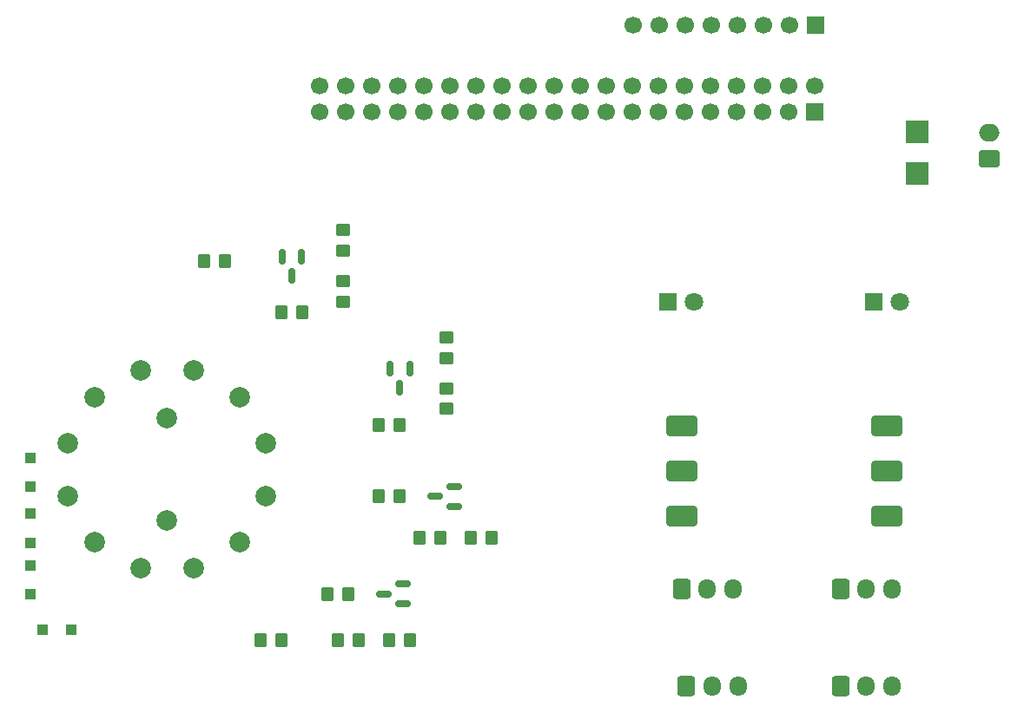
<source format=gbr>
%TF.GenerationSoftware,KiCad,Pcbnew,9.0.6*%
%TF.CreationDate,2025-12-07T15:07:03-05:00*%
%TF.ProjectId,IO_board,494f5f62-6f61-4726-942e-6b696361645f,rev?*%
%TF.SameCoordinates,Original*%
%TF.FileFunction,Soldermask,Top*%
%TF.FilePolarity,Negative*%
%FSLAX46Y46*%
G04 Gerber Fmt 4.6, Leading zero omitted, Abs format (unit mm)*
G04 Created by KiCad (PCBNEW 9.0.6) date 2025-12-07 15:07:03*
%MOMM*%
%LPD*%
G01*
G04 APERTURE LIST*
G04 Aperture macros list*
%AMRoundRect*
0 Rectangle with rounded corners*
0 $1 Rounding radius*
0 $2 $3 $4 $5 $6 $7 $8 $9 X,Y pos of 4 corners*
0 Add a 4 corners polygon primitive as box body*
4,1,4,$2,$3,$4,$5,$6,$7,$8,$9,$2,$3,0*
0 Add four circle primitives for the rounded corners*
1,1,$1+$1,$2,$3*
1,1,$1+$1,$4,$5*
1,1,$1+$1,$6,$7*
1,1,$1+$1,$8,$9*
0 Add four rect primitives between the rounded corners*
20,1,$1+$1,$2,$3,$4,$5,0*
20,1,$1+$1,$4,$5,$6,$7,0*
20,1,$1+$1,$6,$7,$8,$9,0*
20,1,$1+$1,$8,$9,$2,$3,0*%
G04 Aperture macros list end*
%ADD10C,1.700000*%
%ADD11R,1.700000X1.700000*%
%ADD12R,2.260600X2.209800*%
%ADD13RoundRect,0.250000X-0.600000X-0.725000X0.600000X-0.725000X0.600000X0.725000X-0.600000X0.725000X0*%
%ADD14O,1.700000X1.950000*%
%ADD15RoundRect,0.150000X-0.150000X0.587500X-0.150000X-0.587500X0.150000X-0.587500X0.150000X0.587500X0*%
%ADD16RoundRect,0.250000X-0.350000X-0.450000X0.350000X-0.450000X0.350000X0.450000X-0.350000X0.450000X0*%
%ADD17RoundRect,0.300000X1.200000X0.700000X-1.200000X0.700000X-1.200000X-0.700000X1.200000X-0.700000X0*%
%ADD18C,1.800000*%
%ADD19R,1.800000X1.800000*%
%ADD20RoundRect,0.150000X0.587500X0.150000X-0.587500X0.150000X-0.587500X-0.150000X0.587500X-0.150000X0*%
%ADD21RoundRect,0.250000X0.450000X-0.350000X0.450000X0.350000X-0.450000X0.350000X-0.450000X-0.350000X0*%
%ADD22RoundRect,0.250000X0.350000X0.450000X-0.350000X0.450000X-0.350000X-0.450000X0.350000X-0.450000X0*%
%ADD23RoundRect,0.250000X0.300000X-0.300000X0.300000X0.300000X-0.300000X0.300000X-0.300000X-0.300000X0*%
%ADD24RoundRect,0.250000X0.300000X0.300000X-0.300000X0.300000X-0.300000X-0.300000X0.300000X-0.300000X0*%
%ADD25C,2.000000*%
%ADD26RoundRect,0.250000X0.750000X-0.600000X0.750000X0.600000X-0.750000X0.600000X-0.750000X-0.600000X0*%
%ADD27O,2.000000X1.700000*%
G04 APERTURE END LIST*
D10*
%TO.C,J2*%
X105740000Y-66460000D03*
X105740000Y-69000000D03*
X108280000Y-66460000D03*
X108280000Y-69000000D03*
X110820000Y-66460000D03*
X110820000Y-69000000D03*
X113360000Y-66460000D03*
X113360000Y-69000000D03*
X115900000Y-66460000D03*
X115900000Y-69000000D03*
X118440000Y-66460000D03*
X118440000Y-69000000D03*
X120980000Y-66460000D03*
X120980000Y-69000000D03*
X123520000Y-66460000D03*
X123520000Y-69000000D03*
X126060000Y-66460000D03*
X126060000Y-69000000D03*
X128600000Y-66460000D03*
X128600000Y-69000000D03*
X131140000Y-66460000D03*
X131140000Y-69000000D03*
X133680000Y-66460000D03*
X133680000Y-69000000D03*
X136220000Y-66460000D03*
X136220000Y-69000000D03*
X138760000Y-66460000D03*
X138760000Y-69000000D03*
X141300000Y-66460000D03*
X141300000Y-69000000D03*
X143840000Y-66460000D03*
X143840000Y-69000000D03*
X146380000Y-66460000D03*
X146380000Y-69000000D03*
X148920000Y-66460000D03*
X148920000Y-69000000D03*
X151460000Y-66460000D03*
X151460000Y-69000000D03*
X154000000Y-66460000D03*
D11*
X154000000Y-69000000D03*
%TD*%
D12*
%TO.C,CR1*%
X164000000Y-70910600D03*
X164000000Y-75000000D03*
%TD*%
D11*
%TO.C,J7*%
X154040000Y-60500000D03*
D10*
X151500000Y-60500000D03*
X148960000Y-60500000D03*
X146420000Y-60500000D03*
X143880000Y-60500000D03*
X141340000Y-60500000D03*
X138800000Y-60500000D03*
X136260000Y-60500000D03*
%TD*%
D13*
%TO.C,J5*%
X141500000Y-125000000D03*
D14*
X144000000Y-125000000D03*
X146500000Y-125000000D03*
%TD*%
%TO.C,J3*%
X146000000Y-115500000D03*
X143500000Y-115500000D03*
D13*
X141000000Y-115500000D03*
%TD*%
%TO.C,J4*%
X156500000Y-115500000D03*
D14*
X159000000Y-115500000D03*
X161500000Y-115500000D03*
%TD*%
D13*
%TO.C,J6*%
X156500000Y-125000000D03*
D14*
X159000000Y-125000000D03*
X161500000Y-125000000D03*
%TD*%
D15*
%TO.C,Q4*%
X103950000Y-83125000D03*
X102050000Y-83125000D03*
X103000000Y-85000000D03*
%TD*%
D16*
%TO.C,R10*%
X117500000Y-110500000D03*
X115500000Y-110500000D03*
%TD*%
D17*
%TO.C,SW2*%
X141000000Y-99600000D03*
X141000000Y-104000000D03*
X141000000Y-108400000D03*
%TD*%
D18*
%TO.C,D1*%
X162250000Y-87500000D03*
D19*
X159710000Y-87500000D03*
%TD*%
%TO.C,D2*%
X139710000Y-87500000D03*
D18*
X142250000Y-87500000D03*
%TD*%
D17*
%TO.C,SW1*%
X161000000Y-108400000D03*
X161000000Y-104000000D03*
X161000000Y-99600000D03*
%TD*%
D16*
%TO.C,R14*%
X120500000Y-110500000D03*
X122500000Y-110500000D03*
%TD*%
D20*
%TO.C,Q2*%
X118875000Y-107450000D03*
X118875000Y-105550000D03*
X117000000Y-106500000D03*
%TD*%
D16*
%TO.C,R6*%
X111500000Y-99500000D03*
X113500000Y-99500000D03*
%TD*%
%TO.C,R4*%
X106500000Y-116000000D03*
X108500000Y-116000000D03*
%TD*%
D21*
%TO.C,R12*%
X108000000Y-87500000D03*
X108000000Y-85500000D03*
%TD*%
D16*
%TO.C,R9*%
X107500000Y-120500000D03*
X109500000Y-120500000D03*
%TD*%
D15*
%TO.C,Q3*%
X114500000Y-94000000D03*
X112600000Y-94000000D03*
X113550000Y-95875000D03*
%TD*%
D16*
%TO.C,R13*%
X112500000Y-120500000D03*
X114500000Y-120500000D03*
%TD*%
D22*
%TO.C,R8*%
X96500000Y-83500000D03*
X94500000Y-83500000D03*
%TD*%
D16*
%TO.C,R5*%
X111500000Y-106500000D03*
X113500000Y-106500000D03*
%TD*%
D23*
%TO.C,D11*%
X77500000Y-111000000D03*
X77500000Y-108200000D03*
%TD*%
%TO.C,D12*%
X77500000Y-102700000D03*
X77500000Y-105500000D03*
%TD*%
%TO.C,D10*%
X77500000Y-116000000D03*
X77500000Y-113200000D03*
%TD*%
D21*
%TO.C,R16*%
X108000000Y-82500000D03*
X108000000Y-80500000D03*
%TD*%
D20*
%TO.C,Q1*%
X113875000Y-116950000D03*
X113875000Y-115050000D03*
X112000000Y-116000000D03*
%TD*%
D22*
%TO.C,R7*%
X104000000Y-88500000D03*
X102000000Y-88500000D03*
%TD*%
D21*
%TO.C,R15*%
X118050000Y-93000000D03*
X118050000Y-91000000D03*
%TD*%
%TO.C,R11*%
X118050000Y-97937500D03*
X118050000Y-95937500D03*
%TD*%
D24*
%TO.C,D9*%
X81500000Y-119500000D03*
X78700000Y-119500000D03*
%TD*%
D16*
%TO.C,R3*%
X100000000Y-120500000D03*
X102000000Y-120500000D03*
%TD*%
D25*
%TO.C,SW3*%
X81198606Y-101269674D03*
X83786864Y-96786864D03*
X88269674Y-94198606D03*
X93446054Y-94198606D03*
X97928864Y-96786864D03*
X100517122Y-101269674D03*
X100517122Y-106446054D03*
X97928864Y-110928864D03*
X93446054Y-113517122D03*
X88269674Y-113517122D03*
X83786864Y-110928864D03*
X81198606Y-106446054D03*
X90857864Y-98857864D03*
X90857864Y-108857864D03*
%TD*%
D26*
%TO.C,J1*%
X171000000Y-73500000D03*
D27*
X171000000Y-71000000D03*
%TD*%
M02*

</source>
